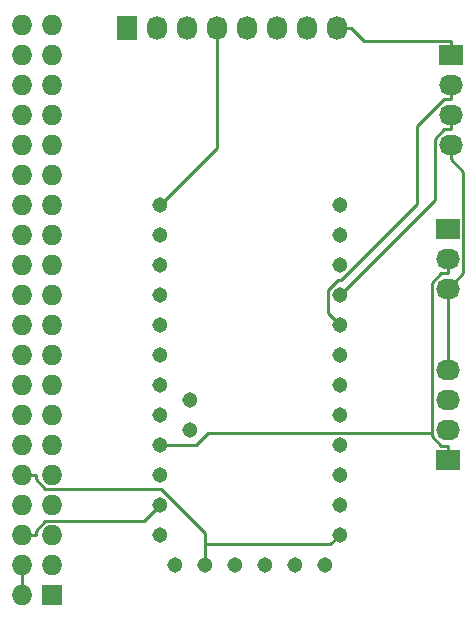
<source format=gbr>
G04 #@! TF.FileFunction,Copper,L1,Top,Signal*
%FSLAX46Y46*%
G04 Gerber Fmt 4.6, Leading zero omitted, Abs format (unit mm)*
G04 Created by KiCad (PCBNEW 4.0.2-2.fc24-product) date Thu 11 Aug 2016 11:34:58 NZST*
%MOMM*%
G01*
G04 APERTURE LIST*
%ADD10C,0.100000*%
%ADD11R,2.032000X1.727200*%
%ADD12O,2.032000X1.727200*%
%ADD13R,1.727200X1.727200*%
%ADD14O,1.727200X1.727200*%
%ADD15R,1.727200X2.032000*%
%ADD16O,1.727200X2.032000*%
%ADD17C,1.305560*%
%ADD18C,0.250000*%
G04 APERTURE END LIST*
D10*
D11*
X133096000Y-97028000D03*
D12*
X133096000Y-99568000D03*
X133096000Y-102108000D03*
D11*
X133096000Y-116586000D03*
D12*
X133096000Y-114046000D03*
X133096000Y-111506000D03*
X133096000Y-108966000D03*
D11*
X133350000Y-82296000D03*
D12*
X133350000Y-84836000D03*
X133350000Y-87376000D03*
X133350000Y-89916000D03*
D13*
X99568000Y-128016000D03*
D14*
X97028000Y-128016000D03*
X99568000Y-125476000D03*
X97028000Y-125476000D03*
X99568000Y-122936000D03*
X97028000Y-122936000D03*
X99568000Y-120396000D03*
X97028000Y-120396000D03*
X99568000Y-117856000D03*
X97028000Y-117856000D03*
X99568000Y-115316000D03*
X97028000Y-115316000D03*
X99568000Y-112776000D03*
X97028000Y-112776000D03*
X99568000Y-110236000D03*
X97028000Y-110236000D03*
X99568000Y-107696000D03*
X97028000Y-107696000D03*
X99568000Y-105156000D03*
X97028000Y-105156000D03*
X99568000Y-102616000D03*
X97028000Y-102616000D03*
X99568000Y-100076000D03*
X97028000Y-100076000D03*
X99568000Y-97536000D03*
X97028000Y-97536000D03*
X99568000Y-94996000D03*
X97028000Y-94996000D03*
X99568000Y-92456000D03*
X97028000Y-92456000D03*
X99568000Y-89916000D03*
X97028000Y-89916000D03*
X99568000Y-87376000D03*
X97028000Y-87376000D03*
X99568000Y-84836000D03*
X97028000Y-84836000D03*
X99568000Y-82296000D03*
X97028000Y-82296000D03*
X99568000Y-79756000D03*
X97028000Y-79756000D03*
D15*
X105918000Y-80010000D03*
D16*
X108458000Y-80010000D03*
X110998000Y-80010000D03*
X113538000Y-80010000D03*
X116078000Y-80010000D03*
X118618000Y-80010000D03*
X121158000Y-80010000D03*
X123698000Y-80010000D03*
D17*
X108712000Y-105156000D03*
X108712000Y-107696000D03*
X108712000Y-110236000D03*
X108712000Y-112776000D03*
X111252000Y-111506000D03*
X111252000Y-114046000D03*
X122682000Y-125476000D03*
X123952000Y-112776000D03*
X123952000Y-110236000D03*
X123952000Y-107696000D03*
X123952000Y-105156000D03*
X123952000Y-102616000D03*
X123952000Y-100076000D03*
X123952000Y-97536000D03*
X123952000Y-94996000D03*
X108712000Y-94996000D03*
X108712000Y-97536000D03*
X108712000Y-100076000D03*
X108712000Y-102616000D03*
X108712000Y-120396000D03*
X123952000Y-115316000D03*
X120142000Y-125476000D03*
X109982000Y-125476000D03*
X108712000Y-122936000D03*
X108712000Y-117856000D03*
X123952000Y-117856000D03*
X123952000Y-120396000D03*
X115062000Y-125476000D03*
X123952000Y-122936000D03*
X112522000Y-125476000D03*
X108712000Y-115316000D03*
X117602000Y-125476000D03*
D18*
X122967000Y-104171000D02*
X123952000Y-105156000D01*
X122967000Y-102178000D02*
X122967000Y-104171000D01*
X123799000Y-101346000D02*
X122967000Y-102178000D01*
X124081000Y-101346000D02*
X123799000Y-101346000D01*
X130508000Y-94918500D02*
X124081000Y-101346000D01*
X130508000Y-88346700D02*
X130508000Y-94918500D01*
X132830000Y-86024900D02*
X130508000Y-88346700D01*
X133350000Y-86024900D02*
X132830000Y-86024900D01*
X133350000Y-84836000D02*
X133350000Y-86024900D01*
X131999000Y-94569000D02*
X123952000Y-102616000D01*
X131999000Y-89395800D02*
X131999000Y-94569000D01*
X132830000Y-88564900D02*
X131999000Y-89395800D01*
X133350000Y-88564900D02*
X132830000Y-88564900D01*
X133350000Y-87376000D02*
X133350000Y-88564900D01*
X113538000Y-90170000D02*
X113538000Y-80010000D01*
X108712000Y-94996000D02*
X113538000Y-90170000D01*
X107361000Y-121747000D02*
X108712000Y-120396000D01*
X99034200Y-121747000D02*
X107361000Y-121747000D01*
X98216900Y-122564000D02*
X99034200Y-121747000D01*
X98216900Y-122936000D02*
X98216900Y-122564000D01*
X97028000Y-122936000D02*
X98216900Y-122936000D01*
X133096000Y-108966000D02*
X133096000Y-102108000D01*
X133350000Y-91104900D02*
X133350000Y-89916000D01*
X134437000Y-92192200D02*
X133350000Y-91104900D01*
X134437000Y-100767000D02*
X134437000Y-92192200D01*
X133096000Y-102108000D02*
X134437000Y-100767000D01*
X112522000Y-122743000D02*
X112522000Y-123733000D01*
X108824000Y-119045000D02*
X112522000Y-122743000D01*
X99034200Y-119045000D02*
X108824000Y-119045000D01*
X98216900Y-118228000D02*
X99034200Y-119045000D01*
X98216900Y-117856000D02*
X98216900Y-118228000D01*
X97028000Y-117856000D02*
X98216900Y-117856000D01*
X112522000Y-123733000D02*
X112522000Y-125476000D01*
X123155000Y-123733000D02*
X123952000Y-122936000D01*
X112522000Y-123733000D02*
X123155000Y-123733000D01*
X111836000Y-115316000D02*
X108712000Y-115316000D01*
X112841000Y-114311000D02*
X111836000Y-115316000D01*
X131754000Y-114311000D02*
X112841000Y-114311000D01*
X131754000Y-114576000D02*
X131754000Y-114311000D01*
X132576000Y-115397000D02*
X131754000Y-114576000D01*
X133096000Y-115397000D02*
X132576000Y-115397000D01*
X133096000Y-116586000D02*
X133096000Y-115397000D01*
X133096000Y-100757000D02*
X133096000Y-99568000D01*
X132576000Y-100757000D02*
X133096000Y-100757000D01*
X131754000Y-101578000D02*
X132576000Y-100757000D01*
X131754000Y-114311000D02*
X131754000Y-101578000D01*
X133350000Y-81107100D02*
X133350000Y-82296000D01*
X125984000Y-81107100D02*
X133350000Y-81107100D01*
X124887000Y-80010000D02*
X125984000Y-81107100D01*
X123698000Y-80010000D02*
X124887000Y-80010000D01*
X97028000Y-125476000D02*
X97028000Y-128016000D01*
M02*

</source>
